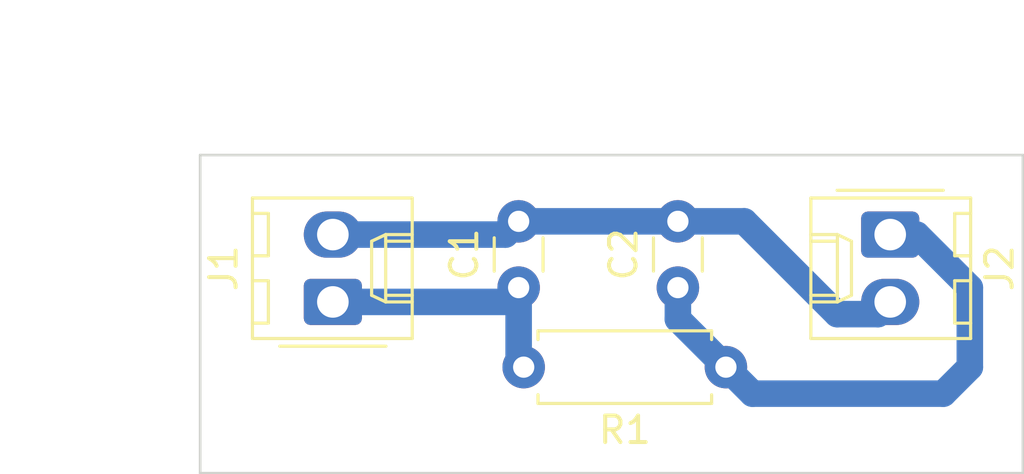
<source format=kicad_pcb>
(kicad_pcb (version 20211014) (generator pcbnew)
  (title_block (title "Filter A + B"))
  (layers (0 "F.Cu" signal) (31 "B.Cu" signal) (34 "B.Paste" user) (35 "F.Paste" user) (36 "B.SilkS" user "B.Silkscreen") (37 "F.SilkS" user "F.Silkscreen") (38 "B.Mask" user) (39 "F.Mask" user) (44 "Edge.Cuts" user))
  (net 0 "")
  (net 1 "Board_0-Net-(C1-Pad1)")
  (net 2 "Board_0-Net-(C2-Pad1)")
  (net 3 "Board_0-Net-(J1-Pad2)")
  (footprint "Connector_Molex:Molex_KK-254_AE-6410-02A_1x02_P2.54mm_Vertical" (layer "F.Cu") (at 20 20.54 90)
    (fp_text reference "J1" (at 1.27 -4.12 90 unlocked) (layer "F.SilkS"))
    (fp_text value "In")
    (fp_line (start -1.38 -3.03) (end -1.38 2.99) (layer "F.SilkS") (width 0.12))
    (fp_line (start -0.8 -2.43) (end 0.8 -2.43) (layer "F.SilkS") (width 0.12))
    (fp_line (start 0.25 2.99) (end 0.25 1.99) (layer "F.SilkS") (width 0.12))
    (fp_line (start 0.25 1.46) (end 2.29 1.46) (layer "F.SilkS") (width 0.12))
    (fp_line (start 0.8 -2.43) (end 0.8 -3.03) (layer "F.SilkS") (width 0.12))
    (fp_line (start 3.92 2.99) (end 3.92 -3.03) (layer "F.SilkS") (width 0.12))
    (fp_line (start 0 1.99) (end 0.25 1.46) (layer "F.SilkS") (width 0.12))
    (fp_line (start 2.54 1.99) (end 2.54 2.99) (layer "F.SilkS") (width 0.12))
    (fp_line (start -1.38 2.99) (end 3.92 2.99) (layer "F.SilkS") (width 0.12))
    (fp_line (start 0 2.99) (end 0 1.99) (layer "F.SilkS") (width 0.12))
    (fp_line (start -0.8 -3.03) (end -0.8 -2.43) (layer "F.SilkS") (width 0.12))
    (fp_line (start 3.34 -2.43) (end 3.34 -3.03) (layer "F.SilkS") (width 0.12))
    (fp_line (start 1.74 -3.03) (end 1.74 -2.43) (layer "F.SilkS") (width 0.12))
    (fp_line (start 2.29 1.46) (end 2.54 1.99) (layer "F.SilkS") (width 0.12))
    (fp_line (start 0 1.99) (end 2.54 1.99) (layer "F.SilkS") (width 0.12))
    (fp_line (start 3.92 -3.03) (end -1.38 -3.03) (layer "F.SilkS") (width 0.12))
    (fp_line (start -1.67 -2) (end -1.67 2) (layer "F.SilkS") (width 0.12))
    (fp_line (start 1.74 -2.43) (end 3.34 -2.43) (layer "F.SilkS") (width 0.12))
    (fp_line (start 2.29 2.99) (end 2.29 1.99) (layer "F.SilkS") (width 0.12))
    (pad "1" thru_hole roundrect (at 0 0 90) (size 1.74 2.19) (drill 1.19) (layers *.Cu *.Mask) (roundrect_rratio 0.143678) (net 1 "Board_0-Net-(C1-Pad1)"))
    (pad "2" thru_hole oval (at 2.54 0 90) (size 1.74 2.19) (drill 1.19) (layers *.Cu *.Mask) (net 3 "Board_0-Net-(J1-Pad2)"))
  )
  (footprint "Connector_Molex:Molex_KK-254_AE-6410-02A_1x02_P2.54mm_Vertical" (layer "F.Cu") (at 41 18 -90)
    (fp_text reference "J2" (at 1.27 -4.12 90 unlocked) (layer "F.SilkS"))
    (fp_text value "Out")
    (fp_line (start 0.8 -2.43) (end 0.8 -3.03) (layer "F.SilkS") (width 0.12))
    (fp_line (start -1.67 -2) (end -1.67 2) (layer "F.SilkS") (width 0.12))
    (fp_line (start 3.92 2.99) (end 3.92 -3.03) (layer "F.SilkS") (width 0.12))
    (fp_line (start -0.8 -3.03) (end -0.8 -2.43) (layer "F.SilkS") (width 0.12))
    (fp_line (start 0.25 1.46) (end 2.29 1.46) (layer "F.SilkS") (width 0.12))
    (fp_line (start -0.8 -2.43) (end 0.8 -2.43) (layer "F.SilkS") (width 0.12))
    (fp_line (start 3.92 -3.03) (end -1.38 -3.03) (layer "F.SilkS") (width 0.12))
    (fp_line (start 0 2.99) (end 0 1.99) (layer "F.SilkS") (width 0.12))
    (fp_line (start 1.74 -2.43) (end 3.34 -2.43) (layer "F.SilkS") (width 0.12))
    (fp_line (start 0.25 2.99) (end 0.25 1.99) (layer "F.SilkS") (width 0.12))
    (fp_line (start -1.38 2.99) (end 3.92 2.99) (layer "F.SilkS") (width 0.12))
    (fp_line (start 0 1.99) (end 2.54 1.99) (layer "F.SilkS") (width 0.12))
    (fp_line (start 3.34 -2.43) (end 3.34 -3.03) (layer "F.SilkS") (width 0.12))
    (fp_line (start 2.29 2.99) (end 2.29 1.99) (layer "F.SilkS") (width 0.12))
    (fp_line (start 0 1.99) (end 0.25 1.46) (layer "F.SilkS") (width 0.12))
    (fp_line (start 2.54 1.99) (end 2.54 2.99) (layer "F.SilkS") (width 0.12))
    (fp_line (start -1.38 -3.03) (end -1.38 2.99) (layer "F.SilkS") (width 0.12))
    (fp_line (start 1.74 -3.03) (end 1.74 -2.43) (layer "F.SilkS") (width 0.12))
    (fp_line (start 2.29 1.46) (end 2.54 1.99) (layer "F.SilkS") (width 0.12))
    (pad "1" thru_hole roundrect (at 0 0 270) (size 1.74 2.19) (drill 1.19) (layers *.Cu *.Mask) (roundrect_rratio 0.143678) (net 2 "Board_0-Net-(C2-Pad1)"))
    (pad "2" thru_hole oval (at 2.54 0 270) (size 1.74 2.19) (drill 1.19) (layers *.Cu *.Mask) (net 3 "Board_0-Net-(J1-Pad2)"))
  )
  (footprint "Capacitor_THT:C_Disc_D3.0mm_W1.6mm_P2.50mm" (layer "F.Cu") (at 27 20 90)
    (fp_text reference "C1" (at 1.25 -2.05 90 unlocked) (layer "F.SilkS"))
    (fp_text value "100nF")
    (fp_line (start 0.621 -0.92) (end 1.879 -0.92) (layer "F.SilkS") (width 0.12))
    (fp_line (start 0.621 0.92) (end 1.879 0.92) (layer "F.SilkS") (width 0.12))
    (pad "1" thru_hole circle (at 0 0 90) (size 1.6 1.6) (drill 0.8) (layers *.Cu *.Mask) (net 1 "Board_0-Net-(C1-Pad1)"))
    (pad "2" thru_hole circle (at 2.5 0 90) (size 1.6 1.6) (drill 0.8) (layers *.Cu *.Mask) (net 3 "Board_0-Net-(J1-Pad2)"))
  )
  (footprint "Resistor_THT:R_Axial_DIN0207_L6.3mm_D2.5mm_P7.62mm_Horizontal" (layer "F.Cu") (at 34.81 23 180)
    (fp_text reference "R1" (at 3.81 -2.37 unlocked) (layer "F.SilkS"))
    (fp_text value "1k")
    (fp_line (start 0.54 1.04) (end 0.54 1.37) (layer "F.SilkS") (width 0.12))
    (fp_line (start 7.08 1.37) (end 7.08 1.04) (layer "F.SilkS") (width 0.12))
    (fp_line (start 0.54 -1.04) (end 0.54 -1.37) (layer "F.SilkS") (width 0.12))
    (fp_line (start 0.54 -1.37) (end 7.08 -1.37) (layer "F.SilkS") (width 0.12))
    (fp_line (start 0.54 1.37) (end 7.08 1.37) (layer "F.SilkS") (width 0.12))
    (fp_line (start 7.08 -1.37) (end 7.08 -1.04) (layer "F.SilkS") (width 0.12))
    (pad "1" thru_hole circle (at 0 0 180) (size 1.6 1.6) (drill 0.8) (layers *.Cu *.Mask) (net 2 "Board_0-Net-(C2-Pad1)"))
    (pad "2" thru_hole oval (at 7.62 0 180) (size 1.6 1.6) (drill 0.8) (layers *.Cu *.Mask) (net 1 "Board_0-Net-(C1-Pad1)"))
  )
  (footprint "Capacitor_THT:C_Disc_D3.0mm_W1.6mm_P2.50mm" (layer "F.Cu") (at 33 20 90)
    (fp_text reference "C2" (at 1.25 -2.05 90 unlocked) (layer "F.SilkS"))
    (fp_text value "100nF")
    (fp_line (start 0.621 -0.92) (end 1.879 -0.92) (layer "F.SilkS") (width 0.12))
    (fp_line (start 0.621 0.92) (end 1.879 0.92) (layer "F.SilkS") (width 0.12))
    (pad "1" thru_hole circle (at 0 0 90) (size 1.6 1.6) (drill 0.8) (layers *.Cu *.Mask) (net 2 "Board_0-Net-(C2-Pad1)"))
    (pad "2" thru_hole circle (at 2.5 0 90) (size 1.6 1.6) (drill 0.8) (layers *.Cu *.Mask) (net 3 "Board_0-Net-(J1-Pad2)"))
  )
  (footprint "kikit:Board" (layer "F.Cu") (at 17 15)
    (fp_text reference "A")
    (fp_text value "Board")
  )
  (gr_line (start 46 27) (end 46 27) (layer "Edge.Cuts") (width 0.1))
  (gr_line (start 46 15) (end 46 27) (layer "Edge.Cuts") (width 0.1))
  (gr_line (start 15 27) (end 15 15) (layer "Edge.Cuts") (width 0.1))
  (gr_line (start 46 27) (end 15 27) (layer "Edge.Cuts") (width 0.1))
  (gr_line (start 15 15) (end 46 15) (layer "Edge.Cuts") (width 0.1))
  (segment (start 27 20) (end 27 22.81) (width 1) (layer "B.Cu") (net 1))
  (segment (start 20 20.54) (end 26.46 20.54) (width 1) (layer "B.Cu") (net 1))
  (segment (start 27 22.81) (end 27.19 23) (width 1) (layer "B.Cu") (net 1))
  (segment (start 26.46 20.54) (end 27 20) (width 1) (layer "B.Cu") (net 1))
  (segment (start 33 21.19) (end 34.81 23) (width 1) (layer "B.Cu") (net 2))
  (segment (start 44 20) (end 44 23) (width 1) (layer "B.Cu") (net 2))
  (segment (start 33 20) (end 33 21.19) (width 1) (layer "B.Cu") (net 2))
  (segment (start 35.81 24) (end 34.81 23) (width 1) (layer "B.Cu") (net 2))
  (segment (start 44 23) (end 43 24) (width 1) (layer "B.Cu") (net 2))
  (segment (start 43 24) (end 35.81 24) (width 1) (layer "B.Cu") (net 2))
  (segment (start 42 18) (end 44 20) (width 1) (layer "B.Cu") (net 2))
  (segment (start 41 18) (end 42 18) (width 1) (layer "B.Cu") (net 2))
  (segment (start 35.5 17.5) (end 39 21) (width 1) (layer "B.Cu") (net 3))
  (segment (start 40.54 21) (end 41 20.54) (width 1) (layer "B.Cu") (net 3))
  (segment (start 39 21) (end 40.54 21) (width 1) (layer "B.Cu") (net 3))
  (segment (start 20 18) (end 26.5 18) (width 1) (layer "B.Cu") (net 3))
  (segment (start 26.5 18) (end 27 17.5) (width 1) (layer "B.Cu") (net 3))
  (segment (start 33 17.5) (end 35.5 17.5) (width 1) (layer "B.Cu") (net 3))
  (segment (start 27 17.5) (end 33 17.5) (width 1) (layer "B.Cu") (net 3))
)
</source>
